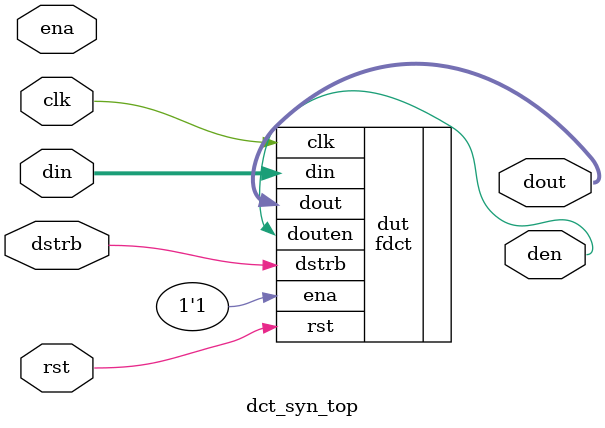
<source format=v>


// synopsys translate_off
//`include "timescale.v"
`include "dct.v"
`include "dct_cos_table.v"
`include "dct_mac.v"
`include "dctu.v"
`include "dctub.v"
`include "fdct.v"
`include "zigzag.v"

// synopsys translate_on

module dct_syn_top (clk, ena, rst, dstrb, din, dout, den);

	input clk;
	input ena;
	input rst;

	input dstrb;
	input [7:0] din;
	
	output [11:0] dout;
	output den;

	//
	// DCT unit
	//

	// As little as 11bits coefficients can be used while
	// all errors remain in the decimal bit range (dout[0])
	// total errors =  5(14bit resolution)
	//              = 12(13bit resolution)
	//              = 26(12bit resolution)
	//              = 54(11bit resolution)
	fdct #(13) dut (
		.clk(clk),
		.ena(1'b1),
		.rst(rst),
		.dstrb(dstrb),
		.din(din),
		.dout(dout),
		.douten(den)
	);

endmodule

</source>
